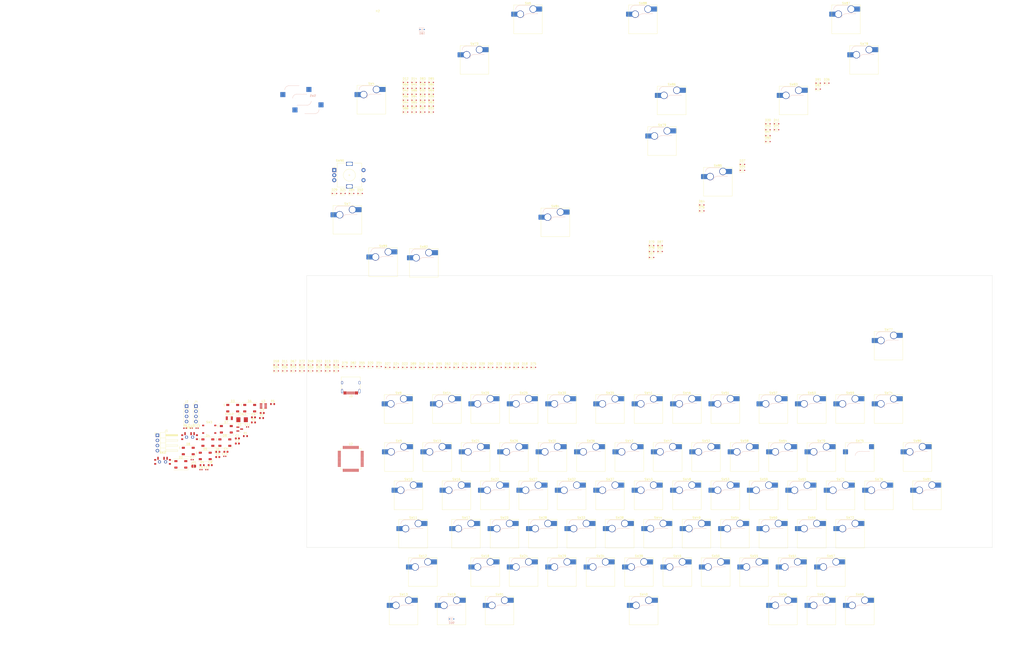
<source format=kicad_pcb>
(kicad_pcb (version 20211014) (generator pcbnew)
  (layers (0 "F.Cu" signal) (31 "B.Cu" signal) (34 "B.Paste" user) (35 "F.Paste" user) (36 "B.SilkS" user "B.Silkscreen") (37 "F.SilkS" user "F.Silkscreen") (38 "B.Mask" user) (39 "F.Mask" user) (44 "Edge.Cuts" user))
  (net 0 "")
  (net 1 "VBUS")
  (net 2 "GND")
  (net 3 "/HSE_IN")
  (net 4 "Net-(C3-Pad1)")
  (net 5 "+3V3")
  (net 6 "/NRST")
  (net 7 "/LSE_IN")
  (net 8 "/LSE_OUT")
  (net 9 "Net-(D1-Pad1)")
  (net 10 "Net-(D2-Pad2)")
  (net 11 "Net-(D3-Pad2)")
  (net 12 "/SWCLK")
  (net 13 "/SWDIO")
  (net 14 "/UART1_RX")
  (net 15 "/UART1_TX")
  (net 16 "/USB_CC2")
  (net 17 "Net-(J3-PadA6)")
  (net 18 "Net-(J3-PadA7)")
  (net 20 "/USB_CC1")
  (net 22 "/HSE_OUT")
  (net 23 "/RGBLED_DOUT")
  (net 24 "Net-(D4-Pad2)")
  (net 25 "Net-(R1-Pad2)")
  (net 26 "/USB_D+")
  (net 27 "/INDICATOR_LED")
  (net 33 "/ROW1")
  (net 34 "/ROW2")
  (net 35 "/ROW3")
  (net 36 "/ROW4")
  (net 37 "/ROW5")
  (net 38 "/ROW6")
  (net 39 "/KNOB_B")
  (net 40 "/KNOB_A")
  (net 43 "/COL7")
  (net 44 "/COL6")
  (net 45 "/BOOT1")
  (net 46 "/COL5")
  (net 47 "/COL4")
  (net 48 "/COL3")
  (net 49 "/COL2")
  (net 50 "/COL1")
  (net 51 "/COL8")
  (net 56 "/USB_D-")
  (net 57 "/COL16")
  (net 62 "/COL15")
  (net 63 "/COL14")
  (net 64 "/COL13")
  (net 65 "/COL12")
  (net 66 "/COL11")
  (net 67 "/BOOT0")
  (net 68 "/COL10")
  (net 69 "/COL9")
  (net 71 "Net-(D5-Pad2)")
  (net 73 "Net-(D6-Pad4)")
  (net 74 "Net-(D7-Pad4)")
  (net 75 "Net-(D8-Pad4)")
  (net 76 "Net-(D10-Pad1)")
  (net 77 "Net-(D11-Pad1)")
  (net 78 "Net-(D12-Pad1)")
  (net 79 "Net-(D13-Pad1)")
  (net 80 "Net-(D14-Pad1)")
  (net 81 "Net-(D15-Pad1)")
  (net 82 "Net-(D16-Pad1)")
  (net 83 "Net-(D17-Pad1)")
  (net 84 "Net-(D18-Pad1)")
  (net 85 "Net-(D19-Pad1)")
  (net 86 "Net-(D20-Pad1)")
  (net 87 "Net-(D21-Pad1)")
  (net 88 "Net-(D22-Pad1)")
  (net 89 "Net-(D23-Pad1)")
  (net 90 "Net-(D24-Pad1)")
  (net 91 "Net-(D25-Pad1)")
  (net 92 "Net-(D26-Pad1)")
  (net 93 "Net-(D27-Pad1)")
  (net 94 "Net-(D28-Pad1)")
  (net 95 "Net-(D29-Pad1)")
  (net 96 "Net-(D30-Pad1)")
  (net 97 "Net-(D31-Pad1)")
  (net 98 "Net-(D32-Pad1)")
  (net 99 "Net-(D33-Pad1)")
  (net 100 "Net-(D34-Pad1)")
  (net 101 "Net-(D35-Pad1)")
  (net 102 "Net-(D36-Pad1)")
  (net 103 "Net-(D37-Pad1)")
  (net 104 "Net-(D38-Pad1)")
  (net 105 "Net-(D39-Pad1)")
  (net 106 "Net-(D40-Pad1)")
  (net 107 "Net-(D41-Pad1)")
  (net 108 "Net-(D42-Pad1)")
  (net 109 "Net-(D43-Pad1)")
  (net 110 "Net-(D44-Pad1)")
  (net 111 "Net-(D45-Pad1)")
  (net 112 "Net-(D46-Pad1)")
  (net 113 "Net-(D47-Pad1)")
  (net 114 "Net-(D48-Pad1)")
  (net 115 "Net-(D49-Pad1)")
  (net 116 "Net-(D50-Pad1)")
  (net 117 "Net-(D51-Pad1)")
  (net 118 "Net-(D52-Pad1)")
  (net 119 "Net-(D53-Pad1)")
  (net 120 "Net-(D54-Pad1)")
  (net 121 "Net-(D55-Pad1)")
  (net 122 "Net-(D56-Pad1)")
  (net 123 "Net-(D57-Pad1)")
  (net 124 "Net-(D58-Pad1)")
  (net 125 "Net-(D59-Pad1)")
  (net 126 "Net-(D60-Pad1)")
  (net 127 "Net-(D61-Pad1)")
  (net 128 "Net-(D62-Pad1)")
  (net 129 "Net-(D63-Pad1)")
  (net 130 "Net-(D64-Pad1)")
  (net 131 "Net-(D65-Pad1)")
  (net 132 "Net-(D66-Pad1)")
  (net 133 "Net-(D67-Pad1)")
  (net 134 "Net-(D68-Pad1)")
  (net 135 "Net-(D69-Pad1)")
  (net 136 "Net-(D70-Pad1)")
  (net 137 "Net-(D71-Pad1)")
  (net 138 "Net-(D72-Pad1)")
  (net 139 "Net-(D73-Pad1)")
  (net 140 "Net-(D74-Pad1)")
  (net 141 "Net-(D75-Pad1)")
  (net 142 "Net-(D76-Pad1)")
  (net 143 "Net-(D77-Pad1)")
  (net 144 "Net-(D78-Pad1)")
  (net 145 "Net-(D79-Pad1)")
  (net 146 "Net-(D80-Pad1)")
  (net 147 "Net-(D81-Pad1)")
  (net 148 "Net-(D82-Pad1)")
  (net 149 "Net-(D83-Pad1)")
  (net 150 "Net-(D84-Pad1)")
  (net 151 "Net-(D85-Pad1)")
  (net 152 "Net-(D86-Pad1)")
  (net 153 "Net-(D87-Pad1)")
  (net 154 "Net-(D88-Pad1)")
  (net 155 "Net-(D89-Pad1)")
  (net 156 "Net-(D90-Pad1)")
  (net 157 "Net-(D91-Pad1)")
  (net 158 "Net-(D92-Pad1)")
  (net 159 "Net-(D93-Pad1)")
  (net 160 "Net-(D94-Pad1)")
  (net 161 "Net-(D95-Pad1)")
  (net 164 "Net-(D96-Pad1)")
  (footprint "Diode_SMD:D_SOD-323" (layer "F.Cu") (at 263.71 -16.45)
    (fp_text reference "D93")
    (fp_text value "D")
  )
  (footprint "Diode_SMD:D_SOD-323" (layer "F.Cu") (at 70.88 95.2)
    (fp_text reference "D54")
    (fp_text value "D")
  )
  (footprint "Diode_SMD:D_SOD-323" (layer "F.Cu") (at 263.71 -25.3)
    (fp_text reference "D30")
    (fp_text value "D")
  )
  (footprint "Switch_Keyboard_Kailh:SW_Hotswap_Kailh_MX_plated_1.00u" (layer "F.Cu") (at 237.8003 197.2)
    (fp_text reference "SW50")
    (fp_text value "M")
  )
  (footprint "Diode_SMD:D_SOD-323" (layer "F.Cu") (at 45.38 97.35)
    (fp_text reference "D80")
    (fp_text value "D")
  )
  (footprint "Switch_Keyboard_Kailh:SW_Hotswap_Kailh_MX_plated_1.00u" (layer "F.Cu") (at 185.413 116.2378)
    (fp_text reference "SW35")
    (fp_text value "F5")
  )
  (footprint "LED_SMD:LED_WS2812B_PLCC4_5.0x5.0mm_P3.2mm" (layer "F.Cu") (at 6.69 115.8378)
    (fp_text reference "D6")
    (fp_text value "WS2812B")
  )
  (footprint "Capacitor_SMD:C_0603_1608Metric" (layer "F.Cu") (at 12.905 118.2328)
    (fp_text reference "C2")
    (fp_text value "30pF")
  )
  (footprint "LED_SMD:LED_WS2812B_PLCC4_5.0x5.0mm_P3.2mm" (layer "F.Cu") (at -15.35 139.5478)
    (fp_text reference "D5")
    (fp_text value "WS2812B")
  )
  (footprint "Package_TO_SOT_SMD:SOT-23-6" (layer "F.Cu") (at 13.475 114.7528)
    (fp_text reference "U3")
    (fp_text value "USBLC6-2SC6")
  )
  (footprint "Switch_Keyboard_Kailh:SW_Hotswap_Kailh_MX_plated_1.00u" (layer "F.Cu") (at 213.9877 140.0498)
    (fp_text reference "SW47")
    (fp_text value "7")
  )
  (footprint "Capacitor_SMD:C_0603_1608Metric" (layer "F.Cu") (at 0.585 130.8728)
    (fp_text reference "C1")
    (fp_text value "1uF")
  )
  (footprint "Switch_Keyboard_Kailh:SW_Hotswap_Kailh_MX_plated_1.00u" (layer "F.Cu") (at 93.04 43.75)
    (fp_text reference "SW82")
    (fp_text value "UArr")
  )
  (footprint "Switch_Keyboard_Kailh:SW_Hotswap_Kailh_MX_plated_1.00u" (layer "F.Cu") (at 161.6003 116.2378)
    (fp_text reference "SW30")
    (fp_text value "F4")
  )
  (footprint "Resistor_SMD:R_0603_1608Metric" (layer "F.Cu") (at -16.885 144.1128)
    (fp_text reference "R4")
    (fp_text value "5.1k")
  )
  (footprint "Diode_SMD:D_SOD-323" (layer "F.Cu") (at 75.13 95.6)
    (fp_text reference "D27")
    (fp_text value "D")
  )
  (footprint "LED_SMD:LED_0603_1608Metric" (layer "F.Cu") (at -9.095 137.5328)
    (fp_text reference "D1")
    (fp_text value "BLUE")
  )
  (footprint "Diode_SMD:D_SOD-323" (layer "F.Cu") (at 96.73 -34.05)
    (fp_text reference "D63")
    (fp_text value "D")
  )
  (footprint "Resistor_SMD:R_0603_1608Metric" (layer "F.Cu") (at 4.595 129.7028)
    (fp_text reference "R1")
    (fp_text value "200")
  )
  (footprint "Switch_Keyboard_Kailh:SW_Hotswap_Kailh_MX_plated_1.00u" (layer "F.Cu") (at 123.5003 197.2)
    (fp_text reference "SW18")
    (fp_text value "Z")
  )
  (footprint "Diode_SMD:D_SOD-323" (layer "F.Cu") (at 109.13 95.6)
    (fp_text reference "D61")
    (fp_text value "D")
  )
  (footprint "Diode_SMD:D_SOD-323" (layer "F.Cu") (at 205.99 38.1)
    (fp_text reference "D78")
    (fp_text value "D")
  )
  (footprint "Crystal:Crystal_SMD_5032-2Pin_5.0x3.2mm" (layer "F.Cu") (at 2.935 121.5728)
    (fp_text reference "XTAL1")
    (fp_text value "8MHz")
  )
  (footprint "Diode_SMD:D_SOD-323" (layer "F.Cu") (at 28.38 97.35)
    (fp_text reference "D73")
    (fp_text value "D")
  )
  (footprint "Switch_Keyboard_Kailh:SW_Hotswap_Kailh_MX_plated_1.25u" (layer "F.Cu") (at 55.12125 22.4)
    (fp_text reference "SW7")
    (fp_text value "M4")
  )
  (footprint "Diode_SMD:D_SOD-323" (layer "F.Cu") (at 96.73 -31.1)
    (fp_text reference "D22")
    (fp_text value "D")
  )
  (footprint "Switch_Keyboard_Kailh:SW_Hotswap_Kailh_MX_plated_1.00u" (layer "F.Cu") (at 323.525 116.2378)
    (fp_text reference "SW74")
    (fp_text value "F12")
  )
  (footprint "Diode_SMD:D_SOD-323" (layer "F.Cu") (at 263.71 -19.4)
    (fp_text reference "D47")
    (fp_text value "D")
  )
  (footprint "Switch_Keyboard_Kailh:SW_Hotswap_Kailh_MX_plated_6.25u" (layer "F.Cu") (at 202.082 216.2499)
    (fp_text reference "SW40")
    (fp_text value "Space")
  )
  (footprint "Diode_SMD:D_SOD-323" (layer "F.Cu") (at 83.98 -42.9)
    (fp_text reference "D60")
    (fp_text value "D")
  )
  (footprint "Diode_SMD:D_SOD-323" (layer "F.Cu") (at 104.88 95.6)
    (fp_text reference "D62")
    (fp_text value "D")
  )
  (footprint "Diode_SMD:D_SOD-323" (layer "F.Cu") (at 205.99 41.05)
    (fp_text reference "D17")
    (fp_text value "D")
  )
  (footprint "Switch_Keyboard_Kailh:SW_Hotswap_Kailh_MX_plated_1.00u" (layer "F.Cu") (at 147.3128 159.1)
    (fp_text reference "SW27")
    (fp_text value "E")
  )
  (footprint "Diode_SMD:D_SOD-323" (layer "F.Cu") (at 251.05 -5.15)
    (fp_text reference "D37")
    (fp_text value "D")
  )
  (footprint "Switch_Keyboard_Kailh:SW_Hotswap_Kailh_MX_plated_1.00u" (layer "F.Cu") (at 318.7628 159.1)
    (fp_text reference "SW76")
    (fp_text value "RBrkt")
  )
  (footprint "Diode_SMD:D_SOD-323" (layer "F.Cu") (at 28.38 94.4)
    (fp_text reference "D67")
    (fp_text value "D")
  )
  (footprint "LED_SMD:LED_WS2812B_PLCC4_5.0x5.0mm_P3.2mm" (layer "F.Cu") (at -5.63 132.9278)
    (fp_text reference "D9")
    (fp_text value "WS2812B")
  )
  (footprint "Switch_Keyboard_Kailh:SW_Hotswap_Kailh_MX_plated_1.00u" (layer "F.Cu") (at 271.138 216.2499)
    (fp_text reference "SW56")
    (fp_text value "RAlt")
  )
  (footprint "Switch_Keyboard_Kailh:SW_Hotswap_Kailh_MX_1.75u_SteppedCapsLock" (layer "F.Cu") (at 34.97375 -37.25)
    (fp_text reference "SW5")
    (fp_text value "M2")
  )
  (footprint "Switch_Keyboard_Kailh:SW_Hotswap_Kailh_MX_plated_1.00u" (layer "F.Cu") (at 199.7003 197.2)
    (fp_text reference "SW39")
    (fp_text value "B")
  )
  (footprint "Diode_SMD:D_SOD-323" (layer "F.Cu") (at 83.98 -45.85)
    (fp_text reference "D12")
    (fp_text value "D")
  )
  (footprint "Switch_Keyboard_Kailh:SW_Hotswap_Kailh_MX_plated_1.00u" (layer "F.Cu") (at 276.42 -36.85)
    (fp_text reference "SW83")
    (fp_text value "DArr")
  )
  (footprint "Diode_SMD:D_SOD-323" (layer "F.Cu") (at 24.13 97.35)
    (fp_text reference "D26")
    (fp_text value "D")
  )
  (footprint "Diode_SMD:D_SOD-323" (layer "F.Cu") (at 41.13 94.4)
    (fp_text reference "D53")
    (fp_text value "D")
  )
  (footprint "Diode_SMD:D_SOD-323" (layer "F.Cu") (at 88.23 -42.9)
    (fp_text reference "D45")
    (fp_text value "D")
  )
  (footprint "Diode_SMD:D_SOD-323" (layer "F.Cu") (at 83.98 -31.1)
    (fp_text reference "D68")
    (fp_text value "D")
  )
  (footprint "Diode_SMD:D_SOD-323" (layer "F.Cu") (at 143.13 95.6)
    (fp_text reference "D18")
    (fp_text value "D")
  )
  (footprint "Switch_Keyboard_Kailh:SW_Hotswap_Kailh_MX_plated_1.00u" (layer "F.Cu") (at 223.5128 159.1)
    (fp_text reference "SW48")
    (fp_text value "U")
  )
  (footprint "Switch_Keyboard_Kailh:SW_Hotswap_Kailh_MX_plated_1.00u" (layer "F.Cu") (at 142.5503 116.2378)
    (fp_text reference "SW25")
    (fp_text value "F3")
  )
  (footprint "Switch_Keyboard_Kailh:SW_Hotswap_Kailh_MX_plated_1.25u" (layer "F.Cu") (at 130.6189 216.2499)
    (fp_text reference "SW91")
    (fp_text value "Alt")
  )
  (footprint "Diode_SMD:D_SOD-323" (layer "F.Cu") (at 210.24 35.15)
    (fp_text reference "D87")
    (fp_text value "D")
  )
  (footprint "LED_SMD:LED_WS2812B_PLCC4_5.0x5.0mm_P3.2mm" (layer "F.Cu") (at -1.73 115.8378)
    (fp_text reference "D3")
    (fp_text value "WS2812B")
  )
  (footprint "Switch_Keyboard_Kailh:SW_Hotswap_Kailh_MX_plated_1.00u" (layer "F.Cu") (at 271.1377 140.0498)
    (fp_text reference "SW64")
    (fp_text value "0")
  )
  (footprint "Diode_SMD:D_SOD-323" (layer "F.Cu") (at 79.38 95.6)
    (fp_text reference "D24")
    (fp_text value "D")
  )
  (footprint "Switch_Keyboard_Kailh:SW_Hotswap_Kailh_MX_plated_1.25u" (layer "F.Cu") (at 106.8189 216.2499)
    (fp_text reference "SW19")
    (fp_text value "Win")
  )
  (footprint "Switch_Keyboard_Kailh:SW_Hotswap_Kailh_MX_plated_1.00u" (layer "F.Cu") (at 128.2628 159.1)
    (fp_text reference "SW22")
    (fp_text value "W")
  )
  (footprint "Capacitor_SMD:C_0603_1608Metric" (layer "F.Cu") (at -9.135 140.0828)
    (fp_text reference "C5")
    (fp_text value "10uF")
  )
  (footprint "Diode_SMD:D_SOD-323" (layer "F.Cu") (at 32.63 94.4)
    (fp_text reference "D72")
    (fp_text value "D")
  )
  (footprint "Switch_Keyboard_Kailh:SW_Hotswap_Kailh_MX_plated_1.25u" (layer "F.Cu") (at 83.0189 216.2499)
    (fp_text reference "SW13")
    (fp_text value "Ctrl")
  )
  (footprint "Switch_Keyboard_Kailh:SW_Hotswap_Kailh_MX_plated_1.00u" (layer "F.Cu") (at 223.513 116.2378)
    (fp_text reference "SW46")
    (fp_text value "F7")
  )
  (footprint "Diode_SMD:D_SOD-323" (layer "F.Cu") (at 32.63 97.35)
    (fp_text reference "D13")
    (fp_text value "D")
  )
  (footprint "Diode_SMD:D_SOD-323" (layer "F.Cu") (at 92.48 -39.95)
    (fp_text reference "D32")
    (fp_text value "D")
  )
  (footprint "Diode_SMD:D_SOD-323" (layer "F.Cu") (at 66.63 95.2)
    (fp_text reference "D20")
    (fp_text value "D")
  )
  (footprint "Switch_Keyboard_Kailh:SW_Hotswap_Kailh_MX_plated_1.00u" (layer "F.Cu") (at 72.89 43.35)
    (fp_text reference "SW89")
    (fp_text value "RArr")
  )
  (footprint "Switch_Keyboard_Kailh:SW_Hotswap_Kailh_MX_plated_1.00u" (layer "F.Cu") (at 238.85 3.45)
    (fp_text reference "SW85")
    (fp_text value "Home")
  )
  (footprint "Connector_PinHeader_2.54mm:PinHeader_1x04_P2.54mm_Vertical" (layer "F.Cu") (at -19.955 114.8528)
    (fp_text reference "J4")
    (fp_text value "I2C header")
  )
  (footprint "Switch_Keyboard_Kailh:SW_Hotswap_Kailh_MX_plated_1.00u" (layer "F.Cu") (at 142.5503 197.2)
    (fp_text reference "SW24")
    (fp_text value "X")
  )
  (footprint "Switch_Keyboard_Kailh:SW_Hotswap_Kailh_MX_plated_1.00u" (layer "F.Cu") (at 85.4003 159.1)
    (fp_text reference "SW10")
    (fp_text value "Tab")
  )
  (footprint "Diode_SMD:D_SOD-323" (layer "F.Cu") (at 251.05 -2.2)
    (fp_text reference "D25")
    (fp_text value "D")
  )
  (footprint "Switch_Keyboard_Kailh:SW_Hotswap_Kailh_MX_plated_1.00u" (layer "F.Cu") (at 180.6503 197.2)
    (fp_text reference "SW34")
    (fp_text value "V")
  )
  (footprint "Switch_Keyboard_Kailh:SW_Hotswap_Kailh_MX_plated_1.00u" (layer "F.Cu") (at 194.9377 140.0498)
    (fp_text reference "SW42")
    (fp_text value "6")
  )
  (footprint "Diode_SMD:D_SOD-323" (layer "F.Cu") (at 87.88 95.6)
    (fp_text reference "D89")
    (fp_text value "D")
  )
  (footprint "Capacitor_SMD:C_0402_1005Metric" (layer "F.Cu") (at -17.455 146.3528)
    (fp_text reference "C6")
    (fp_text value "100nF")
  )
  (footprint "Diode_SMD:D_SOD-323" (layer "F.Cu") (at 288.62 -45.45)
    (fp_text reference "D91")
    (fp_text value "D")
  )
  (footprint "Diode_SMD:D_SOD-323" (layer "F.Cu") (at 230.9 17.95)
    (fp_text reference "D76")
    (fp_text value "D")
  )
  (footprint "Crystal:Crystal_SMD_3215-2Pin_3.2x1.5mm" (layer "F.Cu") (at -3.415 120.8228)
    (fp_text reference "XTAL2")
    (fp_text value "32.768kHz")
  )
  (footprint "Switch_Keyboard_Kailh:SW_Hotswap_Kailh_MX_plated_1.00u" (layer "F.Cu") (at 175.8877 140.0498)
    (fp_text reference "SW36")
    (fp_text value "5")
  )
  (footprint "Switch_Keyboard_Kailh:SW_Hotswap_Kailh_MX_plated_1.50u" (layer "F.Cu") (at 342.575 159.1)
    (fp_text reference "SW81")
    (fp_text value "Bkslash")
  )
  (footprint "Switch_Keyboard_Kailh:SW_Hotswap_Kailh_MX_plated_1.00u" (layer "F.Cu") (at 299.7128 159.1)
    (fp_text reference "SW71")
    (fp_text value "LBrkt")
  )
  (footprint "Switch_Keyboard_Kailh:SW_Hotswap_Kailh_MX_plated_1.00u" (layer "F.Cu") (at 201.68 -77.15)
    (fp_text reference "SW88")
    (fp_text value "End")
  )
  (footprint "Resistor_SMD:R_0402_1005Metric_Pad0.72x0.64mm_HandSolder" (layer "F.Cu") (at -25.305 125.7728)
    (fp_text reference "R6")
    (fp_text value "1.5k")
  )
  (footprint "large-arisu:SW_SPDTx01_SMD_AlpsAlpine-SSSS811101" (layer "F.Cu") (at -23.12 130.2378)
    (fp_text reference "SW1")
    (fp_text value "BOOT0")
  )
  (footprint "LED_SMD:LED_WS2812B_PLCC4_5.0x5.0mm_P3.2mm" (layer "F.Cu") (at -23.77 137.1078)
    (fp_text reference "D8")
    (fp_text value "WS2812B")
  )
  (footprint "Diode_SMD:D_SOD-323" (layer "F.Cu") (at 49.63 97.35)
    (fp_text reference "D16")
    (fp_text value "D")
  )
  (footprint "Switch_Keyboard_Kailh:SW_Hotswap_Kailh_MX_plated_1.00u" (layer "F.Cu") (at 137.7877 140.0498)
    (fp_text reference "SW26")
    (fp_text value "3")
  )
  (footprint "Switch_Keyboard_Kailh:SW_Hotswap_Kailh_MX_plated_1.00u" (layer "F.Cu") (at 190.1753 178.15)
    (fp_text reference "SW38")
    (fp_text value "G")
  )
  (footprint "Capacitor_SMD:C_0402_1005Metric" (layer "F.Cu") (at -5.655 139.7328)
    (fp_text reference "C14")
    (fp_text value "100nF")
  )
  (footprint "Capacitor_SMD:C_0402_1005Metric" (layer "F.Cu") (at -14.585 146.3528)
    (fp_text reference "C12")
    (fp_text value "100nF")
  )
  (footprint "large-arisu:SW_SPDTx01_SMD_AlpsAlpine-SSSS811101" (layer "F.Cu") (at -36.52 142.4878)
    (fp_text reference "SW2")
    (fp_text value "BOOT1")
  )
  (footprint "Switch_Keyboard_Kailh:SW_Hotswap_Kailh_MX_plated_2.25u" (layer "F.Cu") (at 144.71625 -77.15)
    (fp_text reference "SW6")
    (fp_text value "M3")
  )
  (footprint "Diode_SMD:D_SOD-323" (layer "F.Cu") (at 205.99 35.15)
    (fp_text reference "D70")
    (fp_text value "D")
  )
  (footprint "Switch_Keyboard_Kailh:SW_Hotswap_Kailh_MX_plated_1.00u" (layer "F.Cu") (at 113.9753 178.15)
    (fp_text reference "SW17")
    (fp_text value "A")
  )
  (footprint "Diode_SMD:D_SOD-323" (layer "F.Cu") (at 62.38 95.2)
    (fp_text reference "D55")
    (fp_text value "D")
  )
  (footprint "Diode_SMD:D_SOD-323" (layer "F.Cu") (at 49.63 94.4)
    (fp_text reference "D31")
    (fp_text value "D")
  )
  (footprint "Diode_SMD:D_SOD-323" (layer "F.Cu") (at 24.13 94.4)
    (fp_text reference "D11")
    (fp_text value "D")
  )
  (footprint "Package_QFP:LQFP-64_10x10mm_P0.5mm" (layer "F.Cu") (at 56.825 141.0028)
    (fp_text reference "U2")
    (fp_text value "STM32F103RBTx")
  )
  (footprint "Switch_Keyboard_Kailh:SW_Hotswap_Kailh_MX_plated_1.00u" (layer "F.Cu") (at 204.4628 159.1)
    (fp_text reference "SW43")
    (fp_text value "Y")
  )
  (footprint "Switch_Keyboard_Kailh:SW_Hotswap_Kailh_MX_plated_1.00u" (layer "F.Cu") (at 323.5253 84.805)
    (fp_text reference "SW77")
    (fp_text value "Enter")
  )
  (footprint "Capacitor_SMD:C_0603_1608Metric" (layer "F.Cu") (at 0.585 133.3828)
    (fp_text reference "C3")
    (fp_text value "30pF")
  )
  (footprint "Rotary_Encoder:RotaryEncoder_Alps_EC11E-Switch_Vertical_H20mm" (layer "F.Cu") (at 48.64 -2.3)
    (fp_text reference "SW90")
    (fp_text value "Rotary_Encoder_Switch")
  )
  (footprint "Switch_Keyboard_Kailh:SW_Hotswap_Kailh_MX_plated_1.00u" (layer "F.Cu") (at 242.5628 159.1)
    (fp_text reference "SW53")
    (fp_text value "I")
  )
  (footprint "Diode_SMD:D_SOD-323" (layer "F.Cu") (at 117.63 95.6)
    (fp_text reference "D43")
    (fp_text value "D")
  )
  (footprint "Switch_Keyboard_Kailh:SW_Hotswap_Kailh_MX_plated_1.00u" (layer "F.Cu") (at 256.8503 197.2)
    (fp_text reference "SW55")
    (fp_text value "Comma")
  )
  (footprint "Switch_Keyboard_Kailh:SW_Hotswap_Kailh_MX_plated_1.00u" (layer "F.Cu") (at 109.2128 159.1)
    (fp_text reference "SW16")
    (fp_text value "Q")
  )
  (footprint "Switch_Keyboard_Kailh:SW_Hotswap_Kailh_MX_plated_1.00u" (layer "F.Cu") (at 290.188 216.2499)
    (fp_text reference "SW62")
    (fp_text value "RFn")
  )
  (footprint "Switch_Keyboard_Kailh:SW_Hotswap_Kailh_MX_1.00u" (layer "F.Cu") (at 309.2377 140.0498)
    (fp_text reference "SW75")
    (fp_text value "Equals")
  )
  (footprint "Diode_SMD:D_SOD-323" (layer "F.Cu") (at 53.88 95.2)
    (fp_text reference "D79")
    (fp_text value "D")
  )
  (footprint "Diode_SMD:D_SOD-323" (layer "F.Cu") (at 96.73 -39.95)
    (fp_text reference "D69")
    (fp_text value "D")
  )
  (footprint "Switch_Keyboard_Kailh:SW_Hotswap_Kailh_MX_plated_1.00u" (layer "F.Cu") (at 247.3253 178.15)
    (fp_text reference "SW54")
    (fp_text value "K")
  )
  (footprint "Capacitor_SMD:C_0402_1005Metric" (layer "F.Cu") (at 5.635 125.1528)
    (fp_text reference "C11")
    (fp_text value "100nF")
  )
  (footprint "Diode_SMD:D_SOD-323" (layer "F.Cu") (at 36.88 97.35)
    (fp_text reference "D33")
    (fp_text value "D")
  )
  (footprint "Diode_SMD:D_SOD-323" (layer "F.Cu") (at 147.38 95.6)
    (fp_text reference "D75")
    (fp_text value "D")
  )
  (footprint "LED_SMD:LED_WS2812B_PLCC4_5.0x5.0mm_P3.2mm" (layer "F.Cu") (at -27.45 143.7278)
    (fp_text reference "D2")
    (fp_text value "WS2812B")
  )
  (footprint "Diode_SMD:D_SOD-323" (layer "F.Cu") (at 83.63 95.6)
    (fp_text reference "D23")
    (fp_text value "D")
  )
  (footprint "Diode_SMD:D_SOD-323" (layer "F.Cu") (at 52.99 9.3)
    (fp_text reference "D21")
    (fp_text value "D")
  )
  (footprint "Diode_SMD:D_SOD-323" (layer "F.Cu") (at 100.63 95.6)
    (fp_text reference "D95")
    (fp_text value "D")
  )
  (footprint "Switch_Keyboard_Kailh:SW_Hotswap_Kailh_MX_plated_1.50u" (layer "F.Cu") (at 67.0225 -37.25)
    (fp_text reference "SW4")
    (fp_text value "M1")
  )
  (footprint "Switch_Keyboard_Kailh:SW_Hotswap_Kailh_MX_plated_1.00u" (layer "F.Cu") (at 123.5003 116.2378)
    (fp_text reference "SW20")
    (fp_text value "F2")
  )
  (footprint "Capacitor_SMD:C_0603_1608Metric" (layer "F.Cu") (at -5.085 137.4928)
    (fp_text reference "C4")
    (fp_text value "1uF")
  )
  (footprint "Diode_SMD:D_SOD-323" (layer "F.Cu") (at 83.98 -37)
    (fp_text reference "D66")
    (fp_text value "D")
  )
  (footprint "Diode_SMD:D_SOD-323" (layer "F.Cu") (at 19.88 94.4)
    (fp_text reference "D58")
    (fp_text value "D")
  )
  (footprint "Switch_Keyboard_Kailh:SW_Hotswap_Kailh_MX_plated_1.00u" (layer "F.Cu") (at 252.0877 140.0498)
    (fp_text reference "SW58")
    (fp_text value "9")
  )
  (footprint "Diode_SMD:D_SOD-323" (layer "F.Cu") (at 130.38 95.6)
    (fp_text reference "D35")
    (fp_text value "D")
  )
  (footprint "Mounting_Keyboard_Stabilizer:Stabilizer_Cherry_MX_2u" (layer "F.Cu") (at 32.1869 1.584)
    (fp_text reference "H3" hide)
    (fp_text value "Enter" hide)
  )
  (footprint "Switch_Keyboard_Kailh:SW_Hotswap_Kailh_MX_plated_1.00u" (layer "F.Cu") (at 99.6877 140.0498)
    (fp_text reference "SW15")
    (fp_text value "1")
  )
  (footprint "Switch_Keyboard_Kailh:SW_Hotswap_Kailh_MX_plated_1.00u" (layer "F.Cu") (at 285.425 116.2378)
    (fp_text reference "SW63")
    (fp_text value "F10")
  )
  (footprint "Diode_SMD:D_SOD-323" (layer "F.Cu") (at 88.23 -31.1)
    (fp_text reference "D77")
    (fp_text value "D")
  )
  (footprint "Jumper:SolderJumper-2_P1.3mm_Open_RoundedPad1.0x1.5mm" (layer "F.Cu") (at -21.065 144.6328)
    (fp_text reference "JP1")
    (fp_text value "SolderJumper_2_Open")
  )
  (footprint "Switch_Keyboard_Kailh:SW_Hotswap_Kailh_MX_plated_2.00u" (layer "F.Cu") (at 337.8127 140.0498)
    (fp_text reference "SW80")
    (fp_text value "Bksp")
  )
  (footprint "Diode_SMD:D_SOD-323" (layer "F.Cu") (at 292.87 -45.45)
    (fp_text reference "D36")
    (fp_text value "D")
  )
  (footprint "Diode_SMD:D_SOD-323" (layer "F.Cu") (at 58.13 95.2)
    (fp_text reference "D82")
    (fp_text value "D")
  )
  (footprint "Switch_Keyboard_Kailh:SW_Hotswap_Kailh_MX_plated_1.00u" (layer "F.Cu") (at 152.0753 178.15)
    (fp_text reference "SW28")
    (fp_text value "D")
  )
  (footprint "Resistor_SMD:R_0603_1608Metric" (layer "F.Cu") (at 12.575 120.7428)
    (fp_text reference "R2")
    (fp_text value "200")
  )
  (footprint "Diode_SMD:D_SOD-323" (layer "F.Cu") (at 61.49 9.3)
    (fp_text reference "D50")
    (fp_text value "D")
  )
  (footprint "Mounting_Keyboard_Stabilizer:Stabilizer_Cherry_MX_6.25u" (layer "F.Cu") (at 70.2489 -78.216)
    (fp_text reference "H2")
    (fp_text value "Space")
  )
  (footprint "Diode_SMD:D_SOD-323" (layer "F.Cu") (at 267.96 -22.35)
    (fp_text reference "D71")
    (fp_text value "D")
  )
  (footprint "Switch_Keyboard_Kailh:SW_Hotswap_Kailh_MX_plated_1.00u" (layer "F.Cu") (at 171.1253 178.15)
    (fp_text reference "SW33")
    (fp_text value "F")
  )
  (footprint "large-arisu:SW_Push_SMD-SW-4_5.1x5.1x1.5" (layer "F.Cu") (at -13.37 126.3078)
    (fp_text reference "SW3")
    (fp_text value "RESET")
  )
  (footprint "Switch_Keyboard_Kailh:SW_Hotswap_Kailh_MX_plated_1.00u" (layer "F.Cu") (at 80.6377 140.0498)
    (fp_text reference "SW9")
    (fp_text value "Tilde")
  )
  (footprint "Diode_SMD:D_SOD-323" (layer "F.Cu") (at 92.48 -37)
    (fp_text reference "D19")
    (fp_text value "D")
  )
  (footprint "Package_TO_SOT_SMD:SOT-23" (layer "F.Cu") (at 1.755 126.2228)
    (fp_text reference "U1")
    (fp_text value "XC6206PxxxMR")
  )
  (footprint "Diode_SMD:D_SOD-323" (layer "F.Cu") (at 267.96 -25.3)
    (fp_text reference "D41")
    (fp_text value "D")
  )
  (footprint "Switch_Keyboard_Kailh:SW_Hotswap_Kailh_MX_plated_1.00u" (layer "F.Cu") (at 280.6628 159.1)
    (fp_text reference "SW65")
    (fp_text value "P")
  )
  (footprint "Switch_Keyboard_Kailh:SW_Hotswap_Kailh_MX_plated_1.00u" (layer "F.Cu") (at 261.6128 159.1)
    (fp_text reference "SW59")
    (fp_text value "O")
  )
  (footprint "Switch_Keyboard_Kailh:SW_Hotswap_Kailh_MX_plated_1.00u" (layer "F.Cu") (at 266.375 116.2378)
    (fp_text reference "SW57")
    (fp_text value "F9")
  )
  (footprint "Capacitor_SMD:C_0402_1005Metric" (layer "F.Cu") (at -22.245 125.7628)
    (fp_text reference "C10")
    (fp_text value "100nF")
  )
  (footprint "Switch_Keyboard_Kailh:SW_Hotswap_Kailh_MX_plated_1.00u" (layer "F.Cu") (at 304.475 116.2378)
    (fp_text reference "SW69")
    (fp_text value "F11")
  )
  (footprint "Diode_SMD:D_SOD-323" (layer "F.Cu") (at 45.38 94.4)
    (fp_text reference "D15")
    (fp_text value "D")
  )
  (footprint "Diode_SMD:D_SOD-323" (layer "F.Cu") (at 230.9 15)
    (fp_text reference "D64")
    (fp_text value "D")
  )
  (footprint "Switch_Keyboard_Kailh:SW_Hotswap_Kailh_MX_plated_1.00u" (layer "F.Cu") (at 285.4253 178.15)
    (fp_text reference "SW66")
    (fp_text value "Semicolon")
  )
  (footprint "Switch_Keyboard_Kailh:SW_Hotswap_Kailh_MX_plated_1.00u" (layer "F.Cu") (at 304.4753 178.15)
    (fp_text reference "SW72")
    (fp_text value "Quote")
  )
  (footprint "Switch_Keyboard_Kailh:SW_Hotswap_Kailh_MX_plated_1.00u" (layer "F.Cu") (at 311.38 -57)
    (fp_text reference "SW78")
    (fp_text value "LArr")
  )
  (footprint "Switch_Keyboard_Kailh:SW_Hotswap_Kailh_MX_plated_1.00u" (layer "F.Cu") (at 156.8377 140.0498)
    (fp_text reference "SW31")
    (fp_text value "4")
  )
  (footprint "Switch_Keyboard_Kailh:SW_Hotswap_Kailh_MX_plated_1.00u" (layer "F.Cu") (at 92.544 197.2)
    (fp_text reference "SW12")
    (fp_text value "Shift")
  )
  (footprint "Capacitor_SMD:C_0402_1005Metric" (layer "F.Cu") (at -19.375 125.7628)
    (fp_text reference "C13")
    (fp_text value "100nF")
  )
  (footprint "Switch_Keyboard_Kailh:SW_Hotswap_Kailh_MX_plated_1.00u" (layer "F.Cu") (at 204.463 116.2378)
    (fp_text reference "SW41")
    (fp_text value "F6")
  )
  (footprint "Diode_SMD:D_SOD-323" (layer "F.Cu") (at 83.98 -34.05)
    (fp_text reference "D44")
    (fp_text value "D")
  )
  (footprint "Capacitor_SMD:C_0603_1608Metric" (layer "F.Cu") (at 8.565 120.4028)
    (fp_text reference "C9")
    (fp_text value "15pF")
  )
  (footprint "Diode_SMD:D_SOD-323" (layer "F.Cu") (at 121.88 95.6)
    (fp_text reference "D39")
    (fp_text value "D")
  )
  (footprint "Diode_SMD:D_SOD-323" (layer "F.Cu") (at 263.71 -22.35)
    (fp_text reference "D10")
    (fp_text value "D")
  )
  (footprint "Connector_PinHeader_2.54mm:PinHeader_1x04_P2.54mm_Vertical" (layer "F.Cu") (at -24.605 114.8528)
    (fp_text reference "J2")
    (fp_text value "UART header")
  )
  (footprint "Switch_Keyboard_Kailh:SW_Hotswap_Kailh_MX_plated_1.00u" (layer "F.Cu") (at 158.25 23.6)
    (fp_text reference "SW84")
    (fp_text value "Knob")
  )
  (footprint "Diode_SMD:D_SOD-323" (layer "F.Cu") (at 92.48 -31.1)
    (fp_text reference "D57")
    (fp_text value "D")
  )
  (footprint "Switch_Keyboard_Kailh:SW_Hotswap_Kailh_MX_plated_1.00u" (layer "F.Cu") (at 80.512 116.2378)
    (fp_text reference "SW8")
    (fp_text value "Esc")
  )
  (footprint "Diode_SMD:D_SOD-323" (layer "F.Cu") (at 88.23 -39.95)
    (fp_text reference "D88")
    (fp_text value "D")
  )
  (footprint "Switch_Keyboard_Kailh:SW_Hotswap_Kailh_MX_plated_1.00u" (layer "F.Cu") (at 215.97 -36.85)
    (fp_text reference "SW86")
    (fp_text value "PgUp")
  )
  (footprint "Switch_Keyboard_Kailh:SW_Hotswap_Kailh_MX_plated_1.00u" (layer "F.Cu") (at 266.3753 178.15)
    (fp_text reference "SW60")
    (fp_text value "L")
  )
  (footprint "Diode_SMD:D_SOD-323" (layer "F.Cu") (at 126.13 95.6)
    (fp_text reference "D90")
    (fp_text value "D")
  )
  (footprint "Switch_Keyboard_Kailh:SW_Hotswap_Kailh_MX_plated_1.00u" (layer "F.Cu") (at 161.6003 197.2)
    (fp_text reference "SW29")
    (fp_text value "C")
  )
  (footprint "Diode_SMD:D_SOD-323" (layer "F.Cu") (at 88.23 -45.85)
    (fp_text reference "D14")
    (fp_text value "D")
  )
  (footprint "Switch_Keyboard_Kailh:SW_Hotswap_Kailh_MX_plated_1.00u" (layer "F.Cu") (at 228.2753 178.15)
    (fp_text reference "SW49")
    (fp_text value "J")
  )
  (footprint "Switch_Keyboard_Kailh:SW_Hotswap_Kailh_MX_plated_1.00u" (layer "F.Cu") (at 211.21 -16.7)
    (fp_text reference "SW79")
    (fp_text value "F13")
  )
  (footprint "Switch_Keyboard_Kailh:SW_Hotswap_Kailh_MX_plated_1.75u" (layer "F.Cu") (at 118.13375 -57)
    (fp_text reference "SW73")
    (fp_text value "RShift")
  )
  (footprint "Diode_SMD:D_SOD-323" (layer "F.Cu") (at 41.13 97.35)
    (fp_text reference "D51")
    (fp_text value "D")
  )
  (footprint "Switch_Keyboard_Kailh:SW_Hotswap_Kailh_MX_plated_1.00u" (layer "F.Cu") (at 166.3628 159.1)
    (fp_text reference "SW32")
    (fp_text value "R")
  )
  (footprint "Resistor_SMD:R_0603_1608Metric" (layer "F.Cu") (at 18.055 113.7828)
    (fp_text reference "R5")
    (fp_text value "5.1k")
  )
  (footprint "Diode_SMD:D_SOD-323" (layer "F.Cu") (at 96.38 95.6)
    (fp_text reference "D46")
    (fp_text value "D")
  )
  (footprint "Mounting_Keyboard_Stabilizer:Stabilizer_Cherry_MX_2u" (layer "F.Cu") (at 61.0469 -18.166)
    (fp_text reference "H4" hide)
    (fp_text value "Backspace" hide)
  )
  (footprint "Diode_SMD:D_SOD-323" (layer "F.Cu") (at 36.88 94.4)
    (fp_text reference "D48")
    (fp_text value "D")
  )
  (footprint "Switch_Keyboard_Kailh:SW_Hotswap_Kailh_MX_plated_1.00u" (layer "F.Cu") (at 290.1877 140.0498)
    (fp_text reference "SW70")
    (fp_text value "Minus")
  )
  (footprint "Resistor_SMD:R_0603_1608Metric" (layer "F.Cu") (at 8.565 122.9128)
    (fp_text reference "R3")
    (fp_text value "100")
  )
  (footprint "Diode_SMD:D_SOD-323" (layer "F.Cu") (at 92.13 95.6)
    (fp_text reference "D40")
    (fp_text value "D")
  )
  (footprint "LED_SMD:LED_WS2812B_PLCC4_5.0x5.0mm_P3.2mm" (layer "F.Cu") (at -4.9 126.3078)
    (fp_text reference "D7")
    (fp_text value "WS2812B")
  )
  (footprint "Diode_SMD:D_SOD-323" (layer "F.Cu") (at 88.23 -34.05)
    (fp_text reference "D65")
    (fp_text value "D")
  )
  (footprint "Switch_Keyboard_Kailh:SW_Hotswap_Kailh_MX_plated_1.00u" (layer "F.Cu") (at 87.7815 178.15)
    (fp_text reference "SW11")
    (fp_text value "CapsLock")
  )
  (footprint "Capacitor_SMD:C_0402_1005Metric" (layer "F.Cu") (at -21.805 141.4028)
    (fp_text reference "C7")
    (fp_text value "100nF")
  )
  (footprint "Switch_Keyboard_Kailh:SW_Hotswap_Kailh_MX_plated_1.00u" (layer "F.Cu") (at 209.2253 178.15)
    (fp_text reference "SW44")
    (fp_text value "H")
  )
  (footprint "Connector_PinHeader_2.54mm:PinHeader_1x04_P2.54mm_Horizontal" (layer "F.Cu") (at -39.055 129.3028)
    (fp_text reference "J1")
    (fp_text value "SWD Header")
  )
  (footprint "Switch_Keyboard_Kailh:SW_Hotswap_Kailh_MX_plated_1.00u" (layer "F.Cu") (at 233.0377 140.0498)
    (fp_text reference "SW52")
    (fp_text value "8")
  )
  (footprint "Diode_SMD:D_SOD-323" (layer "F.Cu") (at 96.73 -37)
    (fp_text reference "D28")
    (fp_text value "D")
  )
  (footprint "Switch_Keyboard_Kailh:SW_Hotswap_Kailh_MX_plated_1.00u" (layer "F.Cu") (at 294.9503 197.2)
    (fp_text reference "SW67")
    (fp_text value "Slash")
  )
  (footprint "Mounting_Keyboard_Stabilizer:Stabilizer_Cherry_MX_2u" (layer "F.Cu") (at 32.1869 -18.166)
    (fp_text reference "H1" hide)
    (fp_text value "LShift" hide)
  )
  (footprint "Diode_SMD:D_SOD-323" (layer "F.Cu") (at 96.73 -45.85)
    (fp_text reference "D85")
    (fp_text value "D")
  )
  (footprint "LED_SMD:LED_WS2812B_PLCC4_5.0x5.0mm_P3.2mm" (layer "F.Cu") (at -14.05 132.9278)
    (fp_text reference "D4")
    (fp_text value "WS2812B")
  )
  (footprint "Diode_SMD:D_SOD-323" (layer "F.Cu") (at 96.73 -42.9)
    (fp_text reference "D86")
    (fp_text value "D")
  )
  (footprint "Diode_SMD:D_SOD-323" (layer "F.Cu") (at 288.62 -42.5)
    (fp_text reference "D92")
    (fp_text value "D")
  )
  (footprint "Diode_SMD:D_SOD-323" (layer "F.Cu") (at 88.23 -37)
    (fp_text reference "D94")
    (fp_text value "D")
  )
  (footprint "Diode_SMD:D_SOD-323" (layer "F.Cu") (at 92.48 -42.9)
    (fp_text reference "D38")
    (fp_text value "D")
  )
  (footprint "Diode_SMD:D_SOD-323" (layer "F.Cu") (at 113.38 95.6)
    (fp_text reference "D74")
    (fp_text value "D")
  )
  (footprint "Switch_Keyboard_Kailh:SW_Hotswap_Kailh_MX_plated_1.00u" (layer "F.Cu") (at 104.4503 116.2378)
    (fp_text reference "SW14")
    (fp_text value "F1")
  )
  (footprint "Switch_Keyboard_Kailh:SW_Hotswap_Kailh_MX_plated_1.00u" (layer "F.Cu") (at 218.7503 197.2)
    (fp_text reference "SW45")
    (fp_text value "N")
  )
  (footprint "Diode_SMD:D_SOD-323" (layer "F.Cu") (at 48.74 9.3)
    (fp_text reference "D29")
    (fp_text value "D")
  )
  (footprint "Diode_SMD:D_SOD-323" (layer "F.Cu") (at 210.24 38.1)
    (fp_text reference "D52")
    (fp_text value "D")
  )
  (footprint "Diode_SMD:D_SOD-323" (layer "F.Cu") (at 57.24 9.3)
    (fp_text reference "D84")
    (fp_text value "D")
  )
  (footprint "Diode_SMD:D_SOD-323" (layer "F.Cu") (at 83.98 -39.95)
    (fp_text reference "D42")
    (fp_text value "D")
  )
  (footprint "Switch_Keyboard_Kailh:SW_Hotswap_Kailh_MX_plated_1.00u" (layer "F.Cu") (at 185.4128 159.1)
    (fp_text reference "SW37")
    (fp_text value "T")
  )
  (footprint "Capacitor_SMD:C_0603_1608Metric" (layer "F.Cu") (at -12.875 144.1128)
    (fp_text reference "C8")
    (fp_text value "15pF")
  )
  (footprint "Diode_SMD:D_SOD-323" (layer "F.Cu") (at 92.48 -34.05)
    (fp_text reference "D56")
    (fp_text value "D")
  )
  (footprint "Diode_SMD:D_SOD-323" (layer "F.Cu") (at 92.48 -45.85)
    (fp_text reference "D83")
    (fp_text value "D")
  )
  (footprint "Switch_Keyboard_Kailh:SW_Hotswap_Kailh_MX_plated_1.00u" (layer "F.Cu") (at 309.238 216.2499)
    (fp_text reference "SW68")
    (fp_text value "RCtrl")
  )
  (footprint "Switch_Keyboard_Kailh:SW_Hotswap_Kailh_MX_plated_1.00u" (layer "F.Cu") (at 118.7377 140.0498)
    (fp_text reference "SW21")
    (fp_text value "2")
  )
  (footprint "Switch_Keyboard_Kailh:SW_Hotswap_Kailh_MX_plated_1.00u" (layer "F.Cu") (at 133.0253 178.15)
    (fp_text reference "SW23")
    (fp_text value "S")
  )
  (footprint "Switch_Keyboard_Kailh:SW_Hotswap_Kailh_MX_plated_1.00u" (layer "F.Cu") (at 302.43 -77.15)
    (fp_text reference "SW87")
    (fp_text value "PgDn")
  )
  (footprint "Diode_SMD:D_SOD-323" (layer "F.Cu") (at 138.88 95.6)
    (fp_text reference "D59")
    (fp_text value "D")
  )
  (footprint "Switch_Keyboard_Kailh:SW_Hotswap_Kailh_MX_plated_1.00u" (layer "F.Cu") (at 242.563 116.2378)
    (fp_text reference "SW51")
    (fp_text value "F8")
  )
  (footprint "Switch_Keyboard_Kailh:SW_Hotswap_Kailh_MX_plated_1.00u" (layer "F.Cu") (at 275.9003 197.2)
    (fp_text reference "SW61")
    (fp_text value "Period")
  )
  (footprint "Diode_SMD:D_SOD-323" (layer "F.Cu") (at 19.88 97.35)
    (fp_text reference "D34")
    (fp_text value "D")
  )
  (footprint "Diode_SMD:D_SOD-323" (layer "F.Cu") (at 134.63 95.6)
    (fp_text reference "D49")
    (fp_text value "D")
  )
  (footprint "Connector_USB:USB_C_Receptacle_HRO_TYPE-C-31-M-12" (layer "F.Cu") (at 56.825 104.2378 180)
    (fp_text reference "J3")
    (fp_text value "USB_C_Receptacle_USB2.0")
  )
  (footprint "Diode_SMD:D_SOD-323" (layer "B.Cu") (at 106.8189 220.4499)
    (fp_text reference "D96")
    (fp_text value "D")
  )
  (footprint "Diode_SMD:D_SOD-323" (layer "B.Cu") (at 92.22 -72.1)
    (fp_text reference "D81")
    (fp_text value "D")
  )
  (gr_rect (start 35 50) (end 375 185) (layer "Edge.Cuts") (width 0.1) (fill none))
)
</source>
